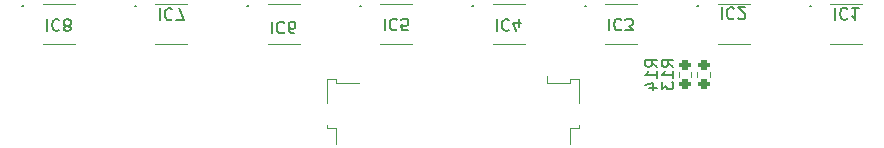
<source format=gbo>
G04 #@! TF.GenerationSoftware,KiCad,Pcbnew,7.0.1*
G04 #@! TF.CreationDate,2024-03-29T16:00:37+01:00*
G04 #@! TF.ProjectId,Qtr-8-SN,5174722d-382d-4534-9e2e-6b696361645f,rev?*
G04 #@! TF.SameCoordinates,Original*
G04 #@! TF.FileFunction,Legend,Bot*
G04 #@! TF.FilePolarity,Positive*
%FSLAX46Y46*%
G04 Gerber Fmt 4.6, Leading zero omitted, Abs format (unit mm)*
G04 Created by KiCad (PCBNEW 7.0.1) date 2024-03-29 16:00:37*
%MOMM*%
%LPD*%
G01*
G04 APERTURE LIST*
G04 Aperture macros list*
%AMRoundRect*
0 Rectangle with rounded corners*
0 $1 Rounding radius*
0 $2 $3 $4 $5 $6 $7 $8 $9 X,Y pos of 4 corners*
0 Add a 4 corners polygon primitive as box body*
4,1,4,$2,$3,$4,$5,$6,$7,$8,$9,$2,$3,0*
0 Add four circle primitives for the rounded corners*
1,1,$1+$1,$2,$3*
1,1,$1+$1,$4,$5*
1,1,$1+$1,$6,$7*
1,1,$1+$1,$8,$9*
0 Add four rect primitives between the rounded corners*
20,1,$1+$1,$2,$3,$4,$5,0*
20,1,$1+$1,$4,$5,$6,$7,0*
20,1,$1+$1,$6,$7,$8,$9,0*
20,1,$1+$1,$8,$9,$2,$3,0*%
G04 Aperture macros list end*
%ADD10C,0.170000*%
%ADD11C,0.200000*%
%ADD12C,0.100000*%
%ADD13C,0.120000*%
%ADD14C,2.100000*%
%ADD15R,1.000000X1.000000*%
%ADD16RoundRect,0.200000X-0.275000X0.200000X-0.275000X-0.200000X0.275000X-0.200000X0.275000X0.200000X0*%
%ADD17R,0.400000X1.000000*%
%ADD18R,2.000000X1.300000*%
G04 APERTURE END LIST*
D10*
X134553810Y-83577380D02*
X134553810Y-84577380D01*
X135601428Y-83672619D02*
X135553809Y-83625000D01*
X135553809Y-83625000D02*
X135410952Y-83577380D01*
X135410952Y-83577380D02*
X135315714Y-83577380D01*
X135315714Y-83577380D02*
X135172857Y-83625000D01*
X135172857Y-83625000D02*
X135077619Y-83720238D01*
X135077619Y-83720238D02*
X135030000Y-83815476D01*
X135030000Y-83815476D02*
X134982381Y-84005952D01*
X134982381Y-84005952D02*
X134982381Y-84148809D01*
X134982381Y-84148809D02*
X135030000Y-84339285D01*
X135030000Y-84339285D02*
X135077619Y-84434523D01*
X135077619Y-84434523D02*
X135172857Y-84529761D01*
X135172857Y-84529761D02*
X135315714Y-84577380D01*
X135315714Y-84577380D02*
X135410952Y-84577380D01*
X135410952Y-84577380D02*
X135553809Y-84529761D01*
X135553809Y-84529761D02*
X135601428Y-84482142D01*
X136458571Y-84244047D02*
X136458571Y-83577380D01*
X136220476Y-84625000D02*
X135982381Y-83910714D01*
X135982381Y-83910714D02*
X136601428Y-83910714D01*
X106023810Y-82677380D02*
X106023810Y-83677380D01*
X107071428Y-82772619D02*
X107023809Y-82725000D01*
X107023809Y-82725000D02*
X106880952Y-82677380D01*
X106880952Y-82677380D02*
X106785714Y-82677380D01*
X106785714Y-82677380D02*
X106642857Y-82725000D01*
X106642857Y-82725000D02*
X106547619Y-82820238D01*
X106547619Y-82820238D02*
X106500000Y-82915476D01*
X106500000Y-82915476D02*
X106452381Y-83105952D01*
X106452381Y-83105952D02*
X106452381Y-83248809D01*
X106452381Y-83248809D02*
X106500000Y-83439285D01*
X106500000Y-83439285D02*
X106547619Y-83534523D01*
X106547619Y-83534523D02*
X106642857Y-83629761D01*
X106642857Y-83629761D02*
X106785714Y-83677380D01*
X106785714Y-83677380D02*
X106880952Y-83677380D01*
X106880952Y-83677380D02*
X107023809Y-83629761D01*
X107023809Y-83629761D02*
X107071428Y-83582142D01*
X107404762Y-83677380D02*
X108071428Y-83677380D01*
X108071428Y-83677380D02*
X107642857Y-82677380D01*
X96493810Y-83597380D02*
X96493810Y-84597380D01*
X97541428Y-83692619D02*
X97493809Y-83645000D01*
X97493809Y-83645000D02*
X97350952Y-83597380D01*
X97350952Y-83597380D02*
X97255714Y-83597380D01*
X97255714Y-83597380D02*
X97112857Y-83645000D01*
X97112857Y-83645000D02*
X97017619Y-83740238D01*
X97017619Y-83740238D02*
X96970000Y-83835476D01*
X96970000Y-83835476D02*
X96922381Y-84025952D01*
X96922381Y-84025952D02*
X96922381Y-84168809D01*
X96922381Y-84168809D02*
X96970000Y-84359285D01*
X96970000Y-84359285D02*
X97017619Y-84454523D01*
X97017619Y-84454523D02*
X97112857Y-84549761D01*
X97112857Y-84549761D02*
X97255714Y-84597380D01*
X97255714Y-84597380D02*
X97350952Y-84597380D01*
X97350952Y-84597380D02*
X97493809Y-84549761D01*
X97493809Y-84549761D02*
X97541428Y-84502142D01*
X98112857Y-84168809D02*
X98017619Y-84216428D01*
X98017619Y-84216428D02*
X97970000Y-84264047D01*
X97970000Y-84264047D02*
X97922381Y-84359285D01*
X97922381Y-84359285D02*
X97922381Y-84406904D01*
X97922381Y-84406904D02*
X97970000Y-84502142D01*
X97970000Y-84502142D02*
X98017619Y-84549761D01*
X98017619Y-84549761D02*
X98112857Y-84597380D01*
X98112857Y-84597380D02*
X98303333Y-84597380D01*
X98303333Y-84597380D02*
X98398571Y-84549761D01*
X98398571Y-84549761D02*
X98446190Y-84502142D01*
X98446190Y-84502142D02*
X98493809Y-84406904D01*
X98493809Y-84406904D02*
X98493809Y-84359285D01*
X98493809Y-84359285D02*
X98446190Y-84264047D01*
X98446190Y-84264047D02*
X98398571Y-84216428D01*
X98398571Y-84216428D02*
X98303333Y-84168809D01*
X98303333Y-84168809D02*
X98112857Y-84168809D01*
X98112857Y-84168809D02*
X98017619Y-84121190D01*
X98017619Y-84121190D02*
X97970000Y-84073571D01*
X97970000Y-84073571D02*
X97922381Y-83978333D01*
X97922381Y-83978333D02*
X97922381Y-83787857D01*
X97922381Y-83787857D02*
X97970000Y-83692619D01*
X97970000Y-83692619D02*
X98017619Y-83645000D01*
X98017619Y-83645000D02*
X98112857Y-83597380D01*
X98112857Y-83597380D02*
X98303333Y-83597380D01*
X98303333Y-83597380D02*
X98398571Y-83645000D01*
X98398571Y-83645000D02*
X98446190Y-83692619D01*
X98446190Y-83692619D02*
X98493809Y-83787857D01*
X98493809Y-83787857D02*
X98493809Y-83978333D01*
X98493809Y-83978333D02*
X98446190Y-84073571D01*
X98446190Y-84073571D02*
X98398571Y-84121190D01*
X98398571Y-84121190D02*
X98303333Y-84168809D01*
X144083810Y-83537380D02*
X144083810Y-84537380D01*
X145131428Y-83632619D02*
X145083809Y-83585000D01*
X145083809Y-83585000D02*
X144940952Y-83537380D01*
X144940952Y-83537380D02*
X144845714Y-83537380D01*
X144845714Y-83537380D02*
X144702857Y-83585000D01*
X144702857Y-83585000D02*
X144607619Y-83680238D01*
X144607619Y-83680238D02*
X144560000Y-83775476D01*
X144560000Y-83775476D02*
X144512381Y-83965952D01*
X144512381Y-83965952D02*
X144512381Y-84108809D01*
X144512381Y-84108809D02*
X144560000Y-84299285D01*
X144560000Y-84299285D02*
X144607619Y-84394523D01*
X144607619Y-84394523D02*
X144702857Y-84489761D01*
X144702857Y-84489761D02*
X144845714Y-84537380D01*
X144845714Y-84537380D02*
X144940952Y-84537380D01*
X144940952Y-84537380D02*
X145083809Y-84489761D01*
X145083809Y-84489761D02*
X145131428Y-84442142D01*
X145464762Y-84537380D02*
X146083809Y-84537380D01*
X146083809Y-84537380D02*
X145750476Y-84156428D01*
X145750476Y-84156428D02*
X145893333Y-84156428D01*
X145893333Y-84156428D02*
X145988571Y-84108809D01*
X145988571Y-84108809D02*
X146036190Y-84061190D01*
X146036190Y-84061190D02*
X146083809Y-83965952D01*
X146083809Y-83965952D02*
X146083809Y-83727857D01*
X146083809Y-83727857D02*
X146036190Y-83632619D01*
X146036190Y-83632619D02*
X145988571Y-83585000D01*
X145988571Y-83585000D02*
X145893333Y-83537380D01*
X145893333Y-83537380D02*
X145607619Y-83537380D01*
X145607619Y-83537380D02*
X145512381Y-83585000D01*
X145512381Y-83585000D02*
X145464762Y-83632619D01*
X148152619Y-87627142D02*
X147676428Y-87293809D01*
X148152619Y-87055714D02*
X147152619Y-87055714D01*
X147152619Y-87055714D02*
X147152619Y-87436666D01*
X147152619Y-87436666D02*
X147200238Y-87531904D01*
X147200238Y-87531904D02*
X147247857Y-87579523D01*
X147247857Y-87579523D02*
X147343095Y-87627142D01*
X147343095Y-87627142D02*
X147485952Y-87627142D01*
X147485952Y-87627142D02*
X147581190Y-87579523D01*
X147581190Y-87579523D02*
X147628809Y-87531904D01*
X147628809Y-87531904D02*
X147676428Y-87436666D01*
X147676428Y-87436666D02*
X147676428Y-87055714D01*
X148152619Y-88579523D02*
X148152619Y-88008095D01*
X148152619Y-88293809D02*
X147152619Y-88293809D01*
X147152619Y-88293809D02*
X147295476Y-88198571D01*
X147295476Y-88198571D02*
X147390714Y-88103333D01*
X147390714Y-88103333D02*
X147438333Y-88008095D01*
X147485952Y-89436666D02*
X148152619Y-89436666D01*
X147105000Y-89198571D02*
X147819285Y-88960476D01*
X147819285Y-88960476D02*
X147819285Y-89579523D01*
X153603810Y-82597380D02*
X153603810Y-83597380D01*
X154651428Y-82692619D02*
X154603809Y-82645000D01*
X154603809Y-82645000D02*
X154460952Y-82597380D01*
X154460952Y-82597380D02*
X154365714Y-82597380D01*
X154365714Y-82597380D02*
X154222857Y-82645000D01*
X154222857Y-82645000D02*
X154127619Y-82740238D01*
X154127619Y-82740238D02*
X154080000Y-82835476D01*
X154080000Y-82835476D02*
X154032381Y-83025952D01*
X154032381Y-83025952D02*
X154032381Y-83168809D01*
X154032381Y-83168809D02*
X154080000Y-83359285D01*
X154080000Y-83359285D02*
X154127619Y-83454523D01*
X154127619Y-83454523D02*
X154222857Y-83549761D01*
X154222857Y-83549761D02*
X154365714Y-83597380D01*
X154365714Y-83597380D02*
X154460952Y-83597380D01*
X154460952Y-83597380D02*
X154603809Y-83549761D01*
X154603809Y-83549761D02*
X154651428Y-83502142D01*
X155032381Y-83502142D02*
X155080000Y-83549761D01*
X155080000Y-83549761D02*
X155175238Y-83597380D01*
X155175238Y-83597380D02*
X155413333Y-83597380D01*
X155413333Y-83597380D02*
X155508571Y-83549761D01*
X155508571Y-83549761D02*
X155556190Y-83502142D01*
X155556190Y-83502142D02*
X155603809Y-83406904D01*
X155603809Y-83406904D02*
X155603809Y-83311666D01*
X155603809Y-83311666D02*
X155556190Y-83168809D01*
X155556190Y-83168809D02*
X154984762Y-82597380D01*
X154984762Y-82597380D02*
X155603809Y-82597380D01*
X163213810Y-82627380D02*
X163213810Y-83627380D01*
X164261428Y-82722619D02*
X164213809Y-82675000D01*
X164213809Y-82675000D02*
X164070952Y-82627380D01*
X164070952Y-82627380D02*
X163975714Y-82627380D01*
X163975714Y-82627380D02*
X163832857Y-82675000D01*
X163832857Y-82675000D02*
X163737619Y-82770238D01*
X163737619Y-82770238D02*
X163690000Y-82865476D01*
X163690000Y-82865476D02*
X163642381Y-83055952D01*
X163642381Y-83055952D02*
X163642381Y-83198809D01*
X163642381Y-83198809D02*
X163690000Y-83389285D01*
X163690000Y-83389285D02*
X163737619Y-83484523D01*
X163737619Y-83484523D02*
X163832857Y-83579761D01*
X163832857Y-83579761D02*
X163975714Y-83627380D01*
X163975714Y-83627380D02*
X164070952Y-83627380D01*
X164070952Y-83627380D02*
X164213809Y-83579761D01*
X164213809Y-83579761D02*
X164261428Y-83532142D01*
X165213809Y-82627380D02*
X164642381Y-82627380D01*
X164928095Y-82627380D02*
X164928095Y-83627380D01*
X164928095Y-83627380D02*
X164832857Y-83484523D01*
X164832857Y-83484523D02*
X164737619Y-83389285D01*
X164737619Y-83389285D02*
X164642381Y-83341666D01*
X115523810Y-83797380D02*
X115523810Y-84797380D01*
X116571428Y-83892619D02*
X116523809Y-83845000D01*
X116523809Y-83845000D02*
X116380952Y-83797380D01*
X116380952Y-83797380D02*
X116285714Y-83797380D01*
X116285714Y-83797380D02*
X116142857Y-83845000D01*
X116142857Y-83845000D02*
X116047619Y-83940238D01*
X116047619Y-83940238D02*
X116000000Y-84035476D01*
X116000000Y-84035476D02*
X115952381Y-84225952D01*
X115952381Y-84225952D02*
X115952381Y-84368809D01*
X115952381Y-84368809D02*
X116000000Y-84559285D01*
X116000000Y-84559285D02*
X116047619Y-84654523D01*
X116047619Y-84654523D02*
X116142857Y-84749761D01*
X116142857Y-84749761D02*
X116285714Y-84797380D01*
X116285714Y-84797380D02*
X116380952Y-84797380D01*
X116380952Y-84797380D02*
X116523809Y-84749761D01*
X116523809Y-84749761D02*
X116571428Y-84702142D01*
X117428571Y-84797380D02*
X117238095Y-84797380D01*
X117238095Y-84797380D02*
X117142857Y-84749761D01*
X117142857Y-84749761D02*
X117095238Y-84702142D01*
X117095238Y-84702142D02*
X117000000Y-84559285D01*
X117000000Y-84559285D02*
X116952381Y-84368809D01*
X116952381Y-84368809D02*
X116952381Y-83987857D01*
X116952381Y-83987857D02*
X117000000Y-83892619D01*
X117000000Y-83892619D02*
X117047619Y-83845000D01*
X117047619Y-83845000D02*
X117142857Y-83797380D01*
X117142857Y-83797380D02*
X117333333Y-83797380D01*
X117333333Y-83797380D02*
X117428571Y-83845000D01*
X117428571Y-83845000D02*
X117476190Y-83892619D01*
X117476190Y-83892619D02*
X117523809Y-83987857D01*
X117523809Y-83987857D02*
X117523809Y-84225952D01*
X117523809Y-84225952D02*
X117476190Y-84321190D01*
X117476190Y-84321190D02*
X117428571Y-84368809D01*
X117428571Y-84368809D02*
X117333333Y-84416428D01*
X117333333Y-84416428D02*
X117142857Y-84416428D01*
X117142857Y-84416428D02*
X117047619Y-84368809D01*
X117047619Y-84368809D02*
X117000000Y-84321190D01*
X117000000Y-84321190D02*
X116952381Y-84225952D01*
X125073810Y-83537380D02*
X125073810Y-84537380D01*
X126121428Y-83632619D02*
X126073809Y-83585000D01*
X126073809Y-83585000D02*
X125930952Y-83537380D01*
X125930952Y-83537380D02*
X125835714Y-83537380D01*
X125835714Y-83537380D02*
X125692857Y-83585000D01*
X125692857Y-83585000D02*
X125597619Y-83680238D01*
X125597619Y-83680238D02*
X125550000Y-83775476D01*
X125550000Y-83775476D02*
X125502381Y-83965952D01*
X125502381Y-83965952D02*
X125502381Y-84108809D01*
X125502381Y-84108809D02*
X125550000Y-84299285D01*
X125550000Y-84299285D02*
X125597619Y-84394523D01*
X125597619Y-84394523D02*
X125692857Y-84489761D01*
X125692857Y-84489761D02*
X125835714Y-84537380D01*
X125835714Y-84537380D02*
X125930952Y-84537380D01*
X125930952Y-84537380D02*
X126073809Y-84489761D01*
X126073809Y-84489761D02*
X126121428Y-84442142D01*
X127026190Y-84537380D02*
X126550000Y-84537380D01*
X126550000Y-84537380D02*
X126502381Y-84061190D01*
X126502381Y-84061190D02*
X126550000Y-84108809D01*
X126550000Y-84108809D02*
X126645238Y-84156428D01*
X126645238Y-84156428D02*
X126883333Y-84156428D01*
X126883333Y-84156428D02*
X126978571Y-84108809D01*
X126978571Y-84108809D02*
X127026190Y-84061190D01*
X127026190Y-84061190D02*
X127073809Y-83965952D01*
X127073809Y-83965952D02*
X127073809Y-83727857D01*
X127073809Y-83727857D02*
X127026190Y-83632619D01*
X127026190Y-83632619D02*
X126978571Y-83585000D01*
X126978571Y-83585000D02*
X126883333Y-83537380D01*
X126883333Y-83537380D02*
X126645238Y-83537380D01*
X126645238Y-83537380D02*
X126550000Y-83585000D01*
X126550000Y-83585000D02*
X126502381Y-83632619D01*
X149532619Y-87637142D02*
X149056428Y-87303809D01*
X149532619Y-87065714D02*
X148532619Y-87065714D01*
X148532619Y-87065714D02*
X148532619Y-87446666D01*
X148532619Y-87446666D02*
X148580238Y-87541904D01*
X148580238Y-87541904D02*
X148627857Y-87589523D01*
X148627857Y-87589523D02*
X148723095Y-87637142D01*
X148723095Y-87637142D02*
X148865952Y-87637142D01*
X148865952Y-87637142D02*
X148961190Y-87589523D01*
X148961190Y-87589523D02*
X149008809Y-87541904D01*
X149008809Y-87541904D02*
X149056428Y-87446666D01*
X149056428Y-87446666D02*
X149056428Y-87065714D01*
X149532619Y-88589523D02*
X149532619Y-88018095D01*
X149532619Y-88303809D02*
X148532619Y-88303809D01*
X148532619Y-88303809D02*
X148675476Y-88208571D01*
X148675476Y-88208571D02*
X148770714Y-88113333D01*
X148770714Y-88113333D02*
X148818333Y-88018095D01*
X148532619Y-88922857D02*
X148532619Y-89541904D01*
X148532619Y-89541904D02*
X148913571Y-89208571D01*
X148913571Y-89208571D02*
X148913571Y-89351428D01*
X148913571Y-89351428D02*
X148961190Y-89446666D01*
X148961190Y-89446666D02*
X149008809Y-89494285D01*
X149008809Y-89494285D02*
X149104047Y-89541904D01*
X149104047Y-89541904D02*
X149342142Y-89541904D01*
X149342142Y-89541904D02*
X149437380Y-89494285D01*
X149437380Y-89494285D02*
X149485000Y-89446666D01*
X149485000Y-89446666D02*
X149532619Y-89351428D01*
X149532619Y-89351428D02*
X149532619Y-89065714D01*
X149532619Y-89065714D02*
X149485000Y-88970476D01*
X149485000Y-88970476D02*
X149437380Y-88922857D01*
D11*
X132498500Y-82510000D02*
X132498500Y-82510000D01*
X132598500Y-82510000D02*
X132598500Y-82510000D01*
D12*
X134248500Y-82310000D02*
X136948500Y-82310000D01*
X134248500Y-85710000D02*
X136948500Y-85710000D01*
D11*
X132598500Y-82510000D02*
G75*
G03*
X132498500Y-82510000I-50000J0D01*
G01*
X132498500Y-82510000D02*
G75*
G03*
X132598500Y-82510000I50000J0D01*
G01*
X103923500Y-82510000D02*
X103923500Y-82510000D01*
X104023500Y-82510000D02*
X104023500Y-82510000D01*
D12*
X105673500Y-82310000D02*
X108373500Y-82310000D01*
X105673500Y-85710000D02*
X108373500Y-85710000D01*
D11*
X104023500Y-82510000D02*
G75*
G03*
X103923500Y-82510000I-50000J0D01*
G01*
X103923500Y-82510000D02*
G75*
G03*
X104023500Y-82510000I50000J0D01*
G01*
X94398500Y-82510000D02*
X94398500Y-82510000D01*
X94498500Y-82510000D02*
X94498500Y-82510000D01*
D12*
X96148500Y-82310000D02*
X98848500Y-82310000D01*
X96148500Y-85710000D02*
X98848500Y-85710000D01*
D11*
X94498500Y-82510000D02*
G75*
G03*
X94398500Y-82510000I-50000J0D01*
G01*
X94398500Y-82510000D02*
G75*
G03*
X94498500Y-82510000I50000J0D01*
G01*
X142023500Y-82510000D02*
X142023500Y-82510000D01*
X142123500Y-82510000D02*
X142123500Y-82510000D01*
D12*
X143773500Y-82310000D02*
X146473500Y-82310000D01*
X143773500Y-85710000D02*
X146473500Y-85710000D01*
D11*
X142123500Y-82510000D02*
G75*
G03*
X142023500Y-82510000I-50000J0D01*
G01*
X142023500Y-82510000D02*
G75*
G03*
X142123500Y-82510000I50000J0D01*
G01*
D13*
X151022500Y-88047742D02*
X151022500Y-88522258D01*
X149977500Y-88047742D02*
X149977500Y-88522258D01*
X141580000Y-92840000D02*
X140780000Y-92840000D01*
X141580000Y-92540000D02*
X141580000Y-92840000D01*
X141580000Y-88670000D02*
X141580000Y-90720000D01*
X140810000Y-89020000D02*
X140810000Y-88670000D01*
X140810000Y-88670000D02*
X141580000Y-88670000D01*
X140780000Y-92840000D02*
X140780000Y-94140000D01*
X138830000Y-89020000D02*
X140810000Y-89020000D01*
X138830000Y-88430000D02*
X138830000Y-89020000D01*
X120960000Y-94140000D02*
X120960000Y-92840000D01*
X120960000Y-92840000D02*
X120160000Y-92840000D01*
X120930000Y-89020000D02*
X122910000Y-89020000D01*
X120930000Y-88670000D02*
X120930000Y-89020000D01*
X120160000Y-92840000D02*
X120160000Y-92540000D01*
X120160000Y-90720000D02*
X120160000Y-88670000D01*
X120160000Y-88670000D02*
X120930000Y-88670000D01*
D11*
X151548500Y-82510000D02*
X151548500Y-82510000D01*
X151648500Y-82510000D02*
X151648500Y-82510000D01*
D12*
X153298500Y-82310000D02*
X155998500Y-82310000D01*
X153298500Y-85710000D02*
X155998500Y-85710000D01*
D11*
X151648500Y-82510000D02*
G75*
G03*
X151548500Y-82510000I-50000J0D01*
G01*
X151548500Y-82510000D02*
G75*
G03*
X151648500Y-82510000I50000J0D01*
G01*
X161073500Y-82510000D02*
X161073500Y-82510000D01*
X161173500Y-82510000D02*
X161173500Y-82510000D01*
D12*
X162823500Y-82310000D02*
X165523500Y-82310000D01*
X162823500Y-85710000D02*
X165523500Y-85710000D01*
D11*
X161173500Y-82510000D02*
G75*
G03*
X161073500Y-82510000I-50000J0D01*
G01*
X161073500Y-82510000D02*
G75*
G03*
X161173500Y-82510000I50000J0D01*
G01*
X113448500Y-82510000D02*
X113448500Y-82510000D01*
X113548500Y-82510000D02*
X113548500Y-82510000D01*
D12*
X115198500Y-82310000D02*
X117898500Y-82310000D01*
X115198500Y-85710000D02*
X117898500Y-85710000D01*
D11*
X113548500Y-82510000D02*
G75*
G03*
X113448500Y-82510000I-50000J0D01*
G01*
X113448500Y-82510000D02*
G75*
G03*
X113548500Y-82510000I50000J0D01*
G01*
X122973500Y-82510000D02*
X122973500Y-82510000D01*
X123073500Y-82510000D02*
X123073500Y-82510000D01*
D12*
X124723500Y-82310000D02*
X127423500Y-82310000D01*
X124723500Y-85710000D02*
X127423500Y-85710000D01*
D11*
X123073500Y-82510000D02*
G75*
G03*
X122973500Y-82510000I-50000J0D01*
G01*
X122973500Y-82510000D02*
G75*
G03*
X123073500Y-82510000I50000J0D01*
G01*
D13*
X152612500Y-88037742D02*
X152612500Y-88512258D01*
X151567500Y-88037742D02*
X151567500Y-88512258D01*
%LPC*%
D14*
X155982000Y-89740000D03*
X105690000Y-89740000D03*
D15*
X133448500Y-83110000D03*
X133448500Y-84910000D03*
X137748500Y-84910000D03*
X137748500Y-83110000D03*
X104873500Y-83110000D03*
X104873500Y-84910000D03*
X109173500Y-84910000D03*
X109173500Y-83110000D03*
X95348500Y-83110000D03*
X95348500Y-84910000D03*
X99648500Y-84910000D03*
X99648500Y-83110000D03*
X142973500Y-83110000D03*
X142973500Y-84910000D03*
X147273500Y-84910000D03*
X147273500Y-83110000D03*
D16*
X150500000Y-87460000D03*
X150500000Y-89110000D03*
D17*
X138370000Y-88930000D03*
X137370000Y-88930000D03*
X136370000Y-88930000D03*
X135370000Y-88930000D03*
X134370000Y-88930000D03*
X133370000Y-88930000D03*
X132370000Y-88930000D03*
X131370000Y-88930000D03*
X130370000Y-88930000D03*
X129370000Y-88930000D03*
X128370000Y-88930000D03*
X127370000Y-88930000D03*
X126370000Y-88930000D03*
X125370000Y-88930000D03*
X124370000Y-88930000D03*
X123370000Y-88930000D03*
D18*
X141170000Y-91630000D03*
X120570000Y-91630000D03*
D15*
X152498500Y-83110000D03*
X152498500Y-84910000D03*
X156798500Y-84910000D03*
X156798500Y-83110000D03*
X162023500Y-83110000D03*
X162023500Y-84910000D03*
X166323500Y-84910000D03*
X166323500Y-83110000D03*
X114398500Y-83110000D03*
X114398500Y-84910000D03*
X118698500Y-84910000D03*
X118698500Y-83110000D03*
X123923500Y-83110000D03*
X123923500Y-84910000D03*
X128223500Y-84910000D03*
X128223500Y-83110000D03*
D16*
X152090000Y-87450000D03*
X152090000Y-89100000D03*
M02*

</source>
